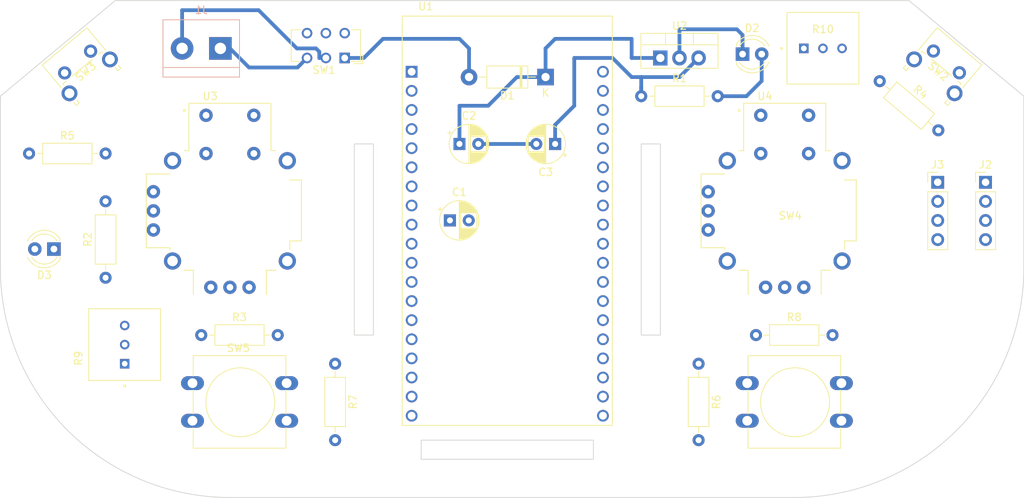
<source format=kicad_pcb>
(kicad_pcb (version 20211014) (generator pcbnew)
  (layers (0 "F.Cu" signal) (31 "B.Cu" signal) (34 "B.Paste" user) (35 "F.Paste" user) (36 "B.SilkS" user "B.Silkscreen") (37 "F.SilkS" user "F.Silkscreen") (38 "B.Mask" user) (39 "F.Mask" user) (44 "Edge.Cuts" user))
  (net 0 "")
  (net 1 "GND")
  (net 2 "Net-(J1-Pad2)")
  (net 3 "Net-(C3-Pad1)")
  (net 4 "Net-(D2-Pad2)")
  (net 5 "IO23")
  (net 6 "Net-(D3-Pad2)")
  (net 7 "+3V3")
  (net 8 "IO35")
  (net 9 "IO2")
  (net 10 "IO13")
  (net 11 "IO15")
  (net 12 "IO12")
  (net 13 "Net-(C2-Pad1)")
  (net 14 "IO36")
  (net 15 "IO39")
  (net 16 "IO34")
  (net 17 "IO32")
  (net 18 "IO33")
  (net 19 "IO25")
  (net 20 "IO26")
  (net 21 "IO27")
  (net 22 "IO14")
  (net 26 "+5V")
  (net 27 "SCL")
  (net 28 "TX")
  (net 29 "RX")
  (net 30 "SDA")
  (net 36 "IO4")
  (net 41 "Net-(D1-Pad2)")
  (footprint "Button_Switch_THT:SW_CuK_JS202011CQN_DPDT_Straight" (layer "F.Cu") (at 67.31 119.38 180)
    (fp_text reference "SW1" (at 2.75 -1.6) (layer "F.SilkS"))
    (fp_text value "SW_Push_SPDT")
    (pad "1" thru_hole rect (at 0 0 180) (size 1.4 1.4) (drill 0.9) (layers *.Cu *.Mask) (net 41 "Net-(D1-Pad2)"))
    (pad "2" thru_hole circle (at 2.5 0 180) (size 1.4 1.4) (drill 0.9) (layers *.Cu *.Mask) (net 2 "Net-(J1-Pad2)"))
    (pad "3" thru_hole circle (at 5 0 180) (size 1.4 1.4) (drill 0.9) (layers *.Cu *.Mask) (net 1 "GND"))
    (pad "4" thru_hole circle (at 0 3.3 180) (size 1.4 1.4) (drill 0.9) (layers *.Cu *.Mask))
    (pad "5" thru_hole circle (at 2.5 3.3 180) (size 1.4 1.4) (drill 0.9) (layers *.Cu *.Mask))
    (pad "6" thru_hole circle (at 5 3.3 180) (size 1.4 1.4) (drill 0.9) (layers *.Cu *.Mask))
  )
  (footprint "Resistor_THT:R_Axial_DIN0207_L6.3mm_D2.5mm_P10.16mm_Horizontal" (layer "F.Cu") (at 66.04 160.02 -90)
    (fp_text reference "R7" (at 5.08 -2.37 90) (layer "F.SilkS"))
    (fp_text value "4.7k")
    (pad "1" thru_hole circle (at 0 0 270) (size 1.6 1.6) (drill 0.8) (layers *.Cu *.Mask) (net 7 "+3V3"))
    (pad "2" thru_hole oval (at 10.16 0 270) (size 1.6 1.6) (drill 0.8) (layers *.Cu *.Mask) (net 12 "IO12"))
  )
  (footprint "Resistor_THT:R_Axial_DIN0207_L6.3mm_D2.5mm_P10.16mm_Horizontal" (layer "F.Cu") (at 121.92 156.21)
    (fp_text reference "R8" (at 5.08 -2.37) (layer "F.SilkS"))
    (fp_text value "R")
    (pad "1" thru_hole circle (at 0 0) (size 1.6 1.6) (drill 0.8) (layers *.Cu *.Mask) (net 7 "+3V3"))
    (pad "2" thru_hole oval (at 10.16 0) (size 1.6 1.6) (drill 0.8) (layers *.Cu *.Mask) (net 19 "IO25"))
  )
  (footprint "COM-09806:TRIM_COM-09806" (layer "F.Cu") (at 38.1 157.48 90)
    (fp_text reference "R9" (at -1.825 -6.135 90) (layer "F.SilkS"))
    (fp_text value "COM-09806")
    (pad "1" thru_hole rect locked (at -2.54 0 90) (size 1.268 1.268) (drill 0.76) (layers *.Cu *.Mask) (net 7 "+3V3"))
    (pad "2" thru_hole circle locked (at 0 0 90) (size 1.268 1.268) (drill 0.76) (layers *.Cu *.Mask) (net 36 "IO4"))
    (pad "3" thru_hole circle locked (at 2.54 0 90) (size 1.268 1.268) (drill 0.76) (layers *.Cu *.Mask) (net 1 "GND"))
  )
  (footprint "Button_Switch_THT:XDCR_COM-09032" (layer "F.Cu") (at 52.07 139.7)
    (fp_text reference "U3" (at -2.625 -15.235) (layer "F.SilkS"))
    (fp_text value "COM-09032")
    (pad "B1A" thru_hole circle locked (at -3.175 -12.7) (size 1.778 1.778) (drill 0.9) (layers *.Cu *.Mask) (net 20 "IO26"))
    (pad "B1B" thru_hole circle locked (at 3.175 -12.7) (size 1.778 1.778) (drill 0.9) (layers *.Cu *.Mask))
    (pad "B2A" thru_hole circle locked (at -3.175 -7.62) (size 1.778 1.778) (drill 0.9) (layers *.Cu *.Mask) (net 1 "GND"))
    (pad "B2B" thru_hole circle locked (at 3.175 -7.62) (size 1.778 1.778) (drill 0.9) (layers *.Cu *.Mask))
    (pad "H1" thru_hole circle locked (at -2.54 10.16) (size 1.778 1.778) (drill 0.889) (layers *.Cu *.Mask) (net 7 "+3V3"))
    (pad "H2" thru_hole circle locked (at 0 10.16) (size 1.778 1.778) (drill 0.889) (layers *.Cu *.Mask) (net 8 "IO35"))
    (pad "H3" thru_hole circle locked (at 2.54 10.16) (size 1.778 1.778) (drill 0.889) (layers *.Cu *.Mask) (net 1 "GND"))
    (pad "S1" thru_hole circle locked (at -7.62 -6.6675) (size 2.286 2.286) (drill 1.397) (layers *.Cu *.Mask))
    (pad "S2" thru_hole circle locked (at -7.62 6.6675) (size 2.286 2.286) (drill 1.397) (layers *.Cu *.Mask))
    (pad "S3" thru_hole circle locked (at 7.62 6.6675) (size 2.286 2.286) (drill 1.397) (layers *.Cu *.Mask))
    (pad "S4" thru_hole circle locked (at 7.62 -6.6675) (size 2.286 2.286) (drill 1.397) (layers *.Cu *.Mask))
    (pad "V1" thru_hole circle locked (at -10.16 -2.54) (size 1.778 1.778) (drill 0.889) (layers *.Cu *.Mask) (net 7 "+3V3"))
    (pad "V2" thru_hole circle locked (at -10.16 0) (size 1.778 1.778) (drill 0.889) (layers *.Cu *.Mask) (net 17 "IO32"))
    (pad "V3" thru_hole circle locked (at -10.16 2.54) (size 1.778 1.778) (drill 0.889) (layers *.Cu *.Mask) (net 1 "GND"))
  )
  (footprint "Resistor_THT:R_Axial_DIN0207_L6.3mm_D2.5mm_P10.16mm_Horizontal" (layer "F.Cu") (at 35.56 148.59 90)
    (fp_text reference "R2" (at 5.08 -2.37 90) (layer "F.SilkS"))
    (fp_text value "330")
    (pad "1" thru_hole circle (at 0 0 90) (size 1.6 1.6) (drill 0.8) (layers *.Cu *.Mask) (net 5 "IO23"))
    (pad "2" thru_hole oval (at 10.16 0 90) (size 1.6 1.6) (drill 0.8) (layers *.Cu *.Mask) (net 6 "Net-(D3-Pad2)"))
  )
  (footprint "Package_TO_SOT_THT:TO-220-3_Vertical" (layer "F.Cu") (at 109.22 119.38)
    (fp_text reference "U2" (at 2.54 -4.27) (layer "F.SilkS"))
    (fp_text value "LM7805_TO220")
    (pad "1" thru_hole rect (at 0 0) (size 1.905 2) (drill 1.1) (layers *.Cu *.Mask) (net 13 "Net-(C2-Pad1)"))
    (pad "2" thru_hole oval (at 2.54 0) (size 1.905 2) (drill 1.1) (layers *.Cu *.Mask) (net 1 "GND"))
    (pad "3" thru_hole oval (at 5.08 0) (size 1.905 2) (drill 1.1) (layers *.Cu *.Mask) (net 3 "Net-(C3-Pad1)"))
  )
  (footprint "Capacitor_THT:CP_Radial_D5.0mm_P2.50mm" (layer "F.Cu") (at 82.55 130.81)
    (fp_text reference "C2" (at 1.25 -3.75) (layer "F.SilkS"))
    (fp_text value "C_Polarized_Small")
    (pad "1" thru_hole rect (at 0 0) (size 1.6 1.6) (drill 0.8) (layers *.Cu *.Mask) (net 13 "Net-(C2-Pad1)"))
    (pad "2" thru_hole circle (at 2.5 0) (size 1.6 1.6) (drill 0.8) (layers *.Cu *.Mask) (net 1 "GND"))
  )
  (footprint "Button_Switch_THT:SW_PUSH-12mm" (layer "F.Cu") (at 120.76 162.6)
    (fp_text reference "SW4" (at 5.71 -22.25) (layer "F.SilkS"))
    (fp_text value "SW_Push")
    (pad "1" thru_hole oval (at 0 0) (size 3.048 1.85) (drill 1.3) (layers *.Cu *.Mask) (net 11 "IO15"))
    (pad "1" thru_hole oval (at 12.5 0) (size 3.048 1.85) (drill 1.3) (layers *.Cu *.Mask) (net 11 "IO15"))
    (pad "2" thru_hole oval (at 12.5 5) (size 3.048 1.85) (drill 1.3) (layers *.Cu *.Mask) (net 1 "GND"))
    (pad "2" thru_hole oval (at 0 5) (size 3.048 1.85) (drill 1.3) (layers *.Cu *.Mask) (net 1 "GND"))
  )
  (footprint "LED_THT:LED_D4.0mm" (layer "F.Cu") (at 28.702 144.78 180)
    (fp_text reference "D3" (at 1.27 -3.46) (layer "F.SilkS"))
    (fp_text value "LED")
    (pad "1" thru_hole rect (at 0 0 180) (size 1.8 1.8) (drill 0.9) (layers *.Cu *.Mask) (net 1 "GND"))
    (pad "2" thru_hole circle (at 2.54 0 180) (size 1.8 1.8) (drill 0.9) (layers *.Cu *.Mask) (net 6 "Net-(D3-Pad2)"))
  )
  (footprint "Capacitor_THT:CP_Radial_D5.0mm_P2.50mm" (layer "F.Cu") (at 81.28 140.97)
    (fp_text reference "C1" (at 1.25 -3.75) (layer "F.SilkS"))
    (fp_text value "C_Polarized_Small_US")
    (pad "1" thru_hole rect (at 0 0) (size 1.6 1.6) (drill 0.8) (layers *.Cu *.Mask) (net 7 "+3V3"))
    (pad "2" thru_hole circle (at 2.5 0) (size 1.6 1.6) (drill 0.8) (layers *.Cu *.Mask) (net 1 "GND"))
  )
  (footprint "Button_Switch_THT:XDCR_COM-09032" (layer "F.Cu") (at 125.73 139.7)
    (fp_text reference "U4" (at -2.625 -15.235) (layer "F.SilkS"))
    (fp_text value "COM-09032")
    (pad "B1A" thru_hole circle locked (at -3.175 -12.7) (size 1.778 1.778) (drill 0.9) (layers *.Cu *.Mask) (net 19 "IO25"))
    (pad "B1B" thru_hole circle locked (at 3.175 -12.7) (size 1.778 1.778) (drill 0.9) (layers *.Cu *.Mask))
    (pad "B2A" thru_hole circle locked (at -3.175 -7.62) (size 1.778 1.778) (drill 0.9) (layers *.Cu *.Mask) (net 1 "GND"))
    (pad "B2B" thru_hole circle locked (at 3.175 -7.62) (size 1.778 1.778) (drill 0.9) (layers *.Cu *.Mask))
    (pad "H1" thru_hole circle locked (at -2.54 10.16) (size 1.778 1.778) (drill 0.889) (layers *.Cu *.Mask) (net 7 "+3V3"))
    (pad "H2" thru_hole circle locked (at 0 10.16) (size 1.778 1.778) (drill 0.889) (layers *.Cu *.Mask) (net 18 "IO33"))
    (pad "H3" thru_hole circle locked (at 2.54 10.16) (size 1.778 1.778) (drill 0.889) (layers *.Cu *.Mask) (net 1 "GND"))
    (pad "S1" thru_hole circle locked (at -7.62 -6.6675) (size 2.286 2.286) (drill 1.397) (layers *.Cu *.Mask))
    (pad "S2" thru_hole circle locked (at -7.62 6.6675) (size 2.286 2.286) (drill 1.397) (layers *.Cu *.Mask))
    (pad "S3" thru_hole circle locked (at 7.62 6.6675) (size 2.286 2.286) (drill 1.397) (layers *.Cu *.Mask))
    (pad "S4" thru_hole circle locked (at 7.62 -6.6675) (size 2.286 2.286) (drill 1.397) (layers *.Cu *.Mask))
    (pad "V1" thru_hole circle locked (at -10.16 -2.54) (size 1.778 1.778) (drill 0.889) (layers *.Cu *.Mask) (net 7 "+3V3"))
    (pad "V2" thru_hole circle locked (at -10.16 0) (size 1.778 1.778) (drill 0.889) (layers *.Cu *.Mask) (net 16 "IO34"))
    (pad "V3" thru_hole circle locked (at -10.16 2.54) (size 1.778 1.778) (drill 0.889) (layers *.Cu *.Mask) (net 1 "GND"))
  )
  (footprint "COM-09806:TRIM_COM-09806" (layer "F.Cu") (at 130.81 118.11)
    (fp_text reference "R10" (at 0 -2.54) (layer "F.SilkS"))
    (fp_text value "COM-09806")
    (pad "1" thru_hole rect locked (at -2.54 0) (size 1.268 1.268) (drill 0.76) (layers *.Cu *.Mask) (net 7 "+3V3"))
    (pad "2" thru_hole circle locked (at 0 0) (size 1.268 1.268) (drill 0.76) (layers *.Cu *.Mask) (net 14 "IO36"))
    (pad "3" thru_hole circle locked (at 2.54 0) (size 1.268 1.268) (drill 0.76) (layers *.Cu *.Mask) (net 1 "GND"))
  )
  (footprint "Resistor_THT:R_Axial_DIN0207_L6.3mm_D2.5mm_P10.16mm_Horizontal" (layer "F.Cu") (at 114.3 160.02 -90)
    (fp_text reference "R6" (at 5.08 -2.37 90) (layer "F.SilkS"))
    (fp_text value "4.7k")
    (pad "1" thru_hole circle (at 0 0 270) (size 1.6 1.6) (drill 0.8) (layers *.Cu *.Mask) (net 7 "+3V3"))
    (pad "2" thru_hole oval (at 10.16 0 270) (size 1.6 1.6) (drill 0.8) (layers *.Cu *.Mask) (net 11 "IO15"))
  )
  (footprint "Resistor_THT:R_Axial_DIN0207_L6.3mm_D2.5mm_P10.16mm_Horizontal" (layer "F.Cu") (at 48.26 156.21)
    (fp_text reference "R3" (at 5.08 -2.37) (layer "F.SilkS"))
    (fp_text value "R")
    (pad "1" thru_hole circle (at 0 0) (size 1.6 1.6) (drill 0.8) (layers *.Cu *.Mask) (net 7 "+3V3"))
    (pad "2" thru_hole oval (at 10.16 0) (size 1.6 1.6) (drill 0.8) (layers *.Cu *.Mask) (net 20 "IO26"))
  )
  (footprint "Capacitor_THT:CP_Radial_D5.0mm_P2.50mm" (layer "F.Cu") (at 95.25 130.81 180)
    (fp_text reference "C3" (at 1.25 -3.75) (layer "F.SilkS"))
    (fp_text value "C_Polarized_Small")
    (pad "1" thru_hole rect (at 0 0 180) (size 1.6 1.6) (drill 0.8) (layers *.Cu *.Mask) (net 3 "Net-(C3-Pad1)"))
    (pad "2" thru_hole circle (at 2.5 0 180) (size 1.6 1.6) (drill 0.8) (layers *.Cu *.Mask) (net 1 "GND"))
  )
  (footprint "Connector_PinHeader_2.54mm:PinHeader_1x04_P2.54mm_Vertical" (layer "F.Cu") (at 152.4 135.9)
    (fp_text reference "J2" (at 0 -2.33) (layer "F.SilkS"))
    (fp_text value "Screw_Terminal_01x04")
    (pad "1" thru_hole rect (at 0 0) (size 1.7 1.7) (drill 1) (layers *.Cu *.Mask) (net 7 "+3V3"))
    (pad "2" thru_hole oval (at 0 2.54) (size 1.7 1.7) (drill 1) (layers *.Cu *.Mask) (net 1 "GND"))
    (pad "3" thru_hole oval (at 0 5.08) (size 1.7 1.7) (drill 1) (layers *.Cu *.Mask) (net 30 "SDA"))
    (pad "4" thru_hole oval (at 0 7.62) (size 1.7 1.7) (drill 1) (layers *.Cu *.Mask) (net 27 "SCL"))
  )
  (footprint "Resistor_THT:R_Axial_DIN0207_L6.3mm_D2.5mm_P10.16mm_Horizontal" (layer "F.Cu") (at 138.348494 122.464639 -40)
    (fp_text reference "R4" (at 5.08 -2.37 140) (layer "F.SilkS"))
    (fp_text value "4.7k")
    (pad "1" thru_hole circle (at 0 0 320) (size 1.6 1.6) (drill 0.8) (layers *.Cu *.Mask) (net 7 "+3V3"))
    (pad "2" thru_hole oval (at 10.16 0 320) (size 1.6 1.6) (drill 0.8) (layers *.Cu *.Mask) (net 9 "IO2"))
  )
  (footprint "Button_Switch_THT:SW_Tactile_SPST_Angled_PTS645Vx83-2LFS" (layer "F.Cu") (at 145.479531 118.459764 -40)
    (fp_text reference "SW2" (at 2.25 1.68 140) (layer "F.SilkS"))
    (fp_text value "SW_Push")
    (pad "" thru_hole circle (at -1.25 2.49 320) (size 2.1 2.1) (drill 1.3) (layers *.Cu *.Mask))
    (pad "" thru_hole circle (at 5.76 2.49 320) (size 2.1 2.1) (drill 1.3) (layers *.Cu *.Mask))
    (pad "1" thru_hole circle (at 0 0 320) (size 1.75 1.75) (drill 0.99) (layers *.Cu *.Mask) (net 9 "IO2"))
    (pad "2" thru_hole circle (at 4.5 0 320) (size 1.75 1.75) (drill 0.99) (layers *.Cu *.Mask) (net 1 "GND"))
  )
  (footprint "Button_Switch_THT:SW_PUSH-12mm" (layer "F.Cu") (at 47.1 162.6)
    (fp_text reference "SW5" (at 6.08 -4.66) (layer "F.SilkS"))
    (fp_text value "SW_Push")
    (pad "1" thru_hole oval (at 0 0) (size 3.048 1.85) (drill 1.3) (layers *.Cu *.Mask) (net 12 "IO12"))
    (pad "1" thru_hole oval (at 12.5 0) (size 3.048 1.85) (drill 1.3) (layers *.Cu *.Mask) (net 12 "IO12"))
    (pad "2" thru_hole oval (at 12.5 5) (size 3.048 1.85) (drill 1.3) (layers *.Cu *.Mask) (net 1 "GND"))
    (pad "2" thru_hole oval (at 0 5) (size 3.048 1.85) (drill 1.3) (layers *.Cu *.Mask) (net 1 "GND"))
  )
  (footprint "Connector_PinHeader_2.54mm:PinHeader_1x04_P2.54mm_Vertical" (layer "F.Cu") (at 146.05 135.9)
    (fp_text reference "J3" (at 0 -2.33) (layer "F.SilkS"))
    (fp_text value "Screw_Terminal_01x04")
    (pad "1" thru_hole rect (at 0 0) (size 1.7 1.7) (drill 1) (layers *.Cu *.Mask) (net 7 "+3V3"))
    (pad "2" thru_hole oval (at 0 2.54) (size 1.7 1.7) (drill 1) (layers *.Cu *.Mask) (net 1 "GND"))
    (pad "3" thru_hole oval (at 0 5.08) (size 1.7 1.7) (drill 1) (layers *.Cu *.Mask) (net 29 "RX"))
    (pad "4" thru_hole oval (at 0 7.62) (size 1.7 1.7) (drill 1) (layers *.Cu *.Mask) (net 28 "TX"))
  )
  (footprint "Module:MODULE_ESP32-DEVKITC-32D" (layer "F.Cu") (at 88.9 140.97)
    (fp_text reference "U1" (at -10.829175 -28.446045) (layer "F.SilkS") (effects (font (size 1.000386 1.000386))))
    (fp_text value "ESP32-DEVKITC-32D")
    (pad "1" thru_hole rect (at -12.7 -19.76) (size 1.56 1.56) (drill 1.04) (layers *.Cu *.Mask) (net 7 "+3V3"))
    (pad "2" thru_hole circle (at -12.7 -17.22) (size 1.56 1.56) (drill 1.04) (layers *.Cu *.Mask) (net 1 "GND"))
    (pad "3" thru_hole circle (at -12.7 -14.68) (size 1.56 1.56) (drill 1.04) (layers *.Cu *.Mask) (net 14 "IO36"))
    (pad "4" thru_hole circle (at -12.7 -12.14) (size 1.56 1.56) (drill 1.04) (layers *.Cu *.Mask) (net 15 "IO39"))
    (pad "5" thru_hole circle (at -12.7 -9.6) (size 1.56 1.56) (drill 1.04) (layers *.Cu *.Mask) (net 16 "IO34"))
    (pad "6" thru_hole circle (at -12.7 -7.06) (size 1.56 1.56) (drill 1.04) (layers *.Cu *.Mask) (net 8 "IO35"))
    (pad "7" thru_hole circle (at -12.7 -4.52) (size 1.56 1.56) (drill 1.04) (layers *.Cu *.Mask) (net 17 "IO32"))
    (pad "8" thru_hole circle (at -12.7 -1.98) (size 1.56 1.56) (drill 1.04) (layers *.Cu *.Mask) (net 18 "IO33"))
    (pad "9" thru_hole circle (at -12.7 0.56) (size 1.56 1.56) (drill 1.04) (layers *.Cu *.Mask) (net 19 "IO25"))
    (pad "10" thru_hole circle (at -12.7 3.1) (size 1.56 1.56) (drill 1.04) (layers *.Cu *.Mask) (net 20 "IO26"))
    (pad "11" thru_hole circle (at -12.7 5.64) (size 1.56 1.56) (drill 1.04) (layers *.Cu *.Mask) (net 21 "IO27"))
    (pad "12" thru_hole circle (at -12.7 8.18) (size 1.56 1.56) (drill 1.04) (layers *.Cu *.Mask) (net 22 "IO14"))
    (pad "13" thru_hole circle (at -12.7 10.72) (size 1.56 1.56) (drill 1.04) (layers *.Cu *.Mask) (net 12 "IO12"))
    (pad "14" thru_hole circle (at -12.7 13.26) (size 1.56 1.56) (drill 1.04) (layers *.Cu *.Mask) (net 1 "GND"))
    (pad "15" thru_hole circle (at -12.7 15.8) (size 1.56 1.56) (drill 1.04) (layers *.Cu *.Mask) (net 10 "IO13"))
    (pad "16" thru_hole circle (at -12.7 18.34) (size 1.56 1.56) (drill 1.04) (layers *.Cu *.Mask))
    (pad "17" thru_hole circle (at -12.7 20.88) (size 1.56 1.56) (drill 1.04) (layers *.Cu *.Mask))
    (pad "18" thru_hole circle (at -12.7 23.42) (size 1.56 1.56) (drill 1.04) (layers *.Cu *.Mask))
    (pad "19" thru_hole circle (at -12.7 25.96) (size 1.56 1.56) (drill 1.04) (layers *.Cu *.Mask) (net 26 "+5V"))
    (pad "20" thru_hole circle (at 12.7 -19.76) (size 1.56 1.56) (drill 1.04) (layers *.Cu *.Mask) (net 1 "GND"))
    (pad "21" thru_hole circle (at 12.7 -17.22) (size 1.56 1.56) (drill 1.04) (layers *.Cu *.Mask) (net 5 "IO23"))
    (pad "22" thru_hole circle (at 12.7 -14.68) (size 1.56 1.56) (drill 1.04) (layers *.Cu *.Mask) (net 27 "SCL"))
    (pad "23" thru_hole circle (at 12.7 -12.14) (size 1.56 1.56) (drill 1.04) (layers *.Cu *.Mask) (net 28 "TX"))
    (pad "24" thru_hole circle (at 12.7 -9.6) (size 1.56 1.56) (drill 1.04) (layers *.Cu *.Mask) (net 29 "RX"))
    (pad "25" thru_hole circle (at 12.7 -7.06) (size 1.56 1.56) (drill 1.04) (layers *.Cu *.Mask) (net 30 "SDA"))
    (pad "26" thru_hole circle (at 12.7 -4.52) (size 1.56 1.56) (drill 1.04) (layers *.Cu *.Mask) (net 1 "GND"))
    (pad "27" thru_hole circle (at 12.7 -1.98) (size 1.56 1.56) (drill 1.04) (layers *.Cu *.Mask))
    (pad "28" thru_hole circle (at 12.7 0.56) (size 1.56 1.56) (drill 1.04) (layers *.Cu *.Mask))
    (pad "29" thru_hole circle (at 12.7 3.1) (size 1.56 1.56) (drill 1.04) (layers *.Cu *.Mask))
    (pad "30" thru_hole circle (at 12.7 5.64) (size 1.56 1.56) (drill 1.04) (layers *.Cu *.Mask))
    (pad "31" thru_hole circle (at 12.7 8.18) (size 1.56 1.56) (drill 1.04) (layers *.Cu *.Mask))
    (pad "32" thru_hole circle (at 12.7 10.72) (size 1.56 1.56) (drill 1.04) (layers *.Cu *.Mask) (net 36 "IO4"))
    (pad "33" thru_hole circle (at 12.7 13.26) (size 1.56 1.56) (drill 1.04) (layers *.Cu *.Mask))
    (pad "34" thru_hole circle (at 12.7 15.8) (size 1.56 1.56) (drill 1.04) (layers *.Cu *.Mask) (net 9 "IO2"))
    (pad "35" thru_hole circle (at 12.7 18.34) (size 1.56 1.56) (drill 1.04) (layers *.Cu *.Mask) (net 11 "IO15"))
    (pad "36" thru_hole circle (at 12.7 20.88) (size 1.56 1.56) (drill 1.04) (layers *.Cu *.Mask))
    (pad "37" thru_hole circle (at 12.7 23.42) (size 1.56 1.56) (drill 1.04) (layers *.Cu *.Mask))
    (pad "38" thru_hole circle (at 12.7 25.96) (size 1.56 1.56) (drill 1.04) (layers *.Cu *.Mask))
  )
  (footprint "LED_THT:LED_D4.0mm" (layer "F.Cu") (at 120.137 118.872)
    (fp_text reference "D2" (at 1.27 -3.46) (layer "F.SilkS"))
    (fp_text value "LED")
    (pad "1" thru_hole rect (at 0 0) (size 1.8 1.8) (drill 0.9) (layers *.Cu *.Mask) (net 1 "GND"))
    (pad "2" thru_hole circle (at 2.54 0) (size 1.8 1.8) (drill 0.9) (layers *.Cu *.Mask) (net 4 "Net-(D2-Pad2)"))
  )
  (footprint "Resistor_THT:R_Axial_DIN0207_L6.3mm_D2.5mm_P10.16mm_Horizontal" (layer "F.Cu") (at 25.4 132.08)
    (fp_text reference "R5" (at 5.08 -2.37) (layer "F.SilkS"))
    (fp_text value "4.7k")
    (pad "1" thru_hole circle (at 0 0) (size 1.6 1.6) (drill 0.8) (layers *.Cu *.Mask) (net 7 "+3V3"))
    (pad "2" thru_hole oval (at 10.16 0) (size 1.6 1.6) (drill 0.8) (layers *.Cu *.Mask) (net 10 "IO13"))
  )
  (footprint "Button_Switch_THT:SW_Tactile_SPST_Angled_PTS645Vx83-2LFS" (layer "F.Cu") (at 30.124118 121.368378 40)
    (fp_text reference "SW3" (at 2.25 1.68 40) (layer "F.SilkS"))
    (fp_text value "SW_Push")
    (pad "" thru_hole circle (at -1.25 2.49 40) (size 2.1 2.1) (drill 1.3) (layers *.Cu *.Mask))
    (pad "" thru_hole circle (at 5.76 2.49 40) (size 2.1 2.1) (drill 1.3) (layers *.Cu *.Mask))
    (pad "1" thru_hole circle (at 0 0 40) (size 1.75 1.75) (drill 0.99) (layers *.Cu *.Mask) (net 10 "IO13"))
    (pad "2" thru_hole circle (at 4.5 0 40) (size 1.75 1.75) (drill 0.99) (layers *.Cu *.Mask) (net 1 "GND"))
  )
  (footprint "Diode_THT:D_DO-41_SOD81_P10.16mm_Horizontal" (layer "F.Cu") (at 93.98 121.92 180)
    (fp_text reference "D1" (at 5.08 -2.47) (layer "F.SilkS"))
    (fp_text value "1N4004")
    (fp_text user "K" (at 0 -2.1) (layer "F.SilkS"))
    (pad "1" thru_hole rect (at 0 0 180) (size 2.2 2.2) (drill 1.1) (layers *.Cu *.Mask) (net 13 "Net-(C2-Pad1)"))
    (pad "2" thru_hole oval (at 10.16 0 180) (size 2.2 2.2) (drill 1.1) (layers *.Cu *.Mask) (net 41 "Net-(D1-Pad2)"))
  )
  (footprint "Resistor_THT:R_Axial_DIN0207_L6.3mm_D2.5mm_P10.16mm_Horizontal" (layer "F.Cu") (at 106.68 124.46)
    (fp_text reference "R1" (at 5.08 -2.37) (layer "F.SilkS"))
    (fp_text value "R")
    (pad "1" thru_hole circle (at 0 0) (size 1.6 1.6) (drill 0.8) (layers *.Cu *.Mask) (net 3 "Net-(C3-Pad1)"))
    (pad "2" thru_hole oval (at 10.16 0) (size 1.6 1.6) (drill 0.8) (layers *.Cu *.Mask) (net 4 "Net-(D2-Pad2)"))
  )
  (footprint "TerminalBlock:TerminalBlock_bornier-2_P5.08mm" (layer "B.Cu") (at 50.8 118.11 180)
    (fp_text reference "J1" (at 2.54 5.08) (layer "B.SilkS") (effects (justify mirror)))
    (fp_text value "Screw_Terminal_01x02")
    (pad "1" thru_hole rect (at 0 0 180) (size 3 3) (drill 1.52) (layers *.Cu *.Mask) (net 1 "GND"))
    (pad "2" thru_hole circle (at 5.08 0 180) (size 3 3) (drill 1.52) (layers *.Cu *.Mask) (net 2 "Net-(J1-Pad2)"))
  )
  (gr_line (start 157.48 147.32) (end 157.48 124.46) (layer "Edge.Cuts") (width 0.1))
  (gr_rect (start 77.47 170.18) (end 100.33 172.72) (layer "Edge.Cuts") (width 0.1) (fill none))
  (gr_arc (start 52.07 177.8) (mid 30.517385 168.872615) (end 21.59 147.32) (layer "Edge.Cuts") (width 0.1))
  (gr_line (start 21.59 124.46) (end 21.59 147.32) (layer "Edge.Cuts") (width 0.1))
  (gr_rect (start 68.58 130.81) (end 71.12 156.21) (layer "Edge.Cuts") (width 0.1) (fill none))
  (gr_line (start 157.48 124.46) (end 142.24 111.76) (layer "Edge.Cuts") (width 0.1))
  (gr_line (start 36.83 111.76) (end 21.59 124.46) (layer "Edge.Cuts") (width 0.1))
  (gr_arc (start 157.48 147.32) (mid 148.552615 168.872615) (end 127 177.8) (layer "Edge.Cuts") (width 0.1))
  (gr_line (start 127 177.8) (end 52.07 177.8) (layer "Edge.Cuts") (width 0.1))
  (gr_line (start 142.24 111.76) (end 36.83 111.76) (layer "Edge.Cuts") (width 0.1))
  (gr_rect (start 106.68 130.81) (end 109.22 156.21) (layer "Edge.Cuts") (width 0.1) (fill none))
  (segment (start 61.04 120.65) (end 62.31 119.38) (width 0.5) (layer "B.Cu") (net 1))
  (segment (start 50.8 116.84) (end 54.61 120.65) (width 0.5) (layer "B.Cu") (net 1))
  (segment (start 54.61 120.65) (end 61.04 120.65) (width 0.5) (layer "B.Cu") (net 1))
  (segment (start 85.05 130.81) (end 92.75 130.81) (width 0.5) (layer "B.Cu") (net 1))
  (segment (start 120.137 116.327) (end 120.137 118.872) (width 0.5) (layer "B.Cu") (net 1))
  (segment (start 111.76 115.57) (end 119.38 115.57) (width 0.5) (layer "B.Cu") (net 1))
  (segment (start 119.38 115.57) (end 120.137 116.327) (width 0.5) (layer "B.Cu") (net 1))
  (segment (start 111.76 119.38) (end 111.76 115.57) (width 0.5) (layer "B.Cu") (net 1))
  (segment (start 63.935655 119.38) (end 63.935655 118.545655) (width 0.5) (layer "B.Cu") (net 2))
  (segment (start 64.81 119.38) (end 63.935655 119.38) (width 0.5) (layer "B.Cu") (net 2))
  (segment (start 45.72 113.03) (end 45.72 116.84) (width 0.5) (layer "B.Cu") (net 2))
  (segment (start 63.935655 118.545655) (end 63.5 118.11) (width 0.5) (layer "B.Cu") (net 2))
  (segment (start 63.5 118.11) (end 60.96 118.11) (width 0.5) (layer "B.Cu") (net 2))
  (segment (start 55.88 113.03) (end 45.72 113.03) (width 0.5) (layer "B.Cu") (net 2))
  (segment (start 60.96 118.11) (end 55.88 113.03) (width 0.5) (layer "B.Cu") (net 2))
  (segment (start 114.3 119.38) (end 111.76 121.92) (width 0.5) (layer "B.Cu") (net 3))
  (segment (start 97.79 125.73) (end 97.79 119.38) (width 0.5) (layer "B.Cu") (net 3))
  (segment (start 106.68 121.92) (end 106.68 124.46) (width 0.5) (layer "B.Cu") (net 3))
  (segment (start 102.87 119.38) (end 105.41 121.92) (width 0.5) (layer "B.Cu") (net 3))
  (segment (start 105.41 121.92) (end 106.68 121.92) (width 0.5) (layer "B.Cu") (net 3))
  (segment (start 95.25 130.81) (end 95.25 128.27) (width 0.5) (layer "B.Cu") (net 3))
  (segment (start 111.76 121.92) (end 106.68 121.92) (width 0.5) (layer "B.Cu") (net 3))
  (segment (start 95.25 128.27) (end 97.79 125.73) (width 0.5) (layer "B.Cu") (net 3))
  (segment (start 106.68 123.19) (end 106.68 124.46) (width 0.5) (layer "B.Cu") (net 3))
  (segment (start 97.79 119.38) (end 102.87 119.38) (width 0.5) (layer "B.Cu") (net 3))
  (segment (start 120.65 124.46) (end 122.677 122.433) (width 0.5) (layer "B.Cu") (net 4))
  (segment (start 122.677 122.433) (end 122.677 118.872) (width 0.5) (layer "B.Cu") (net 4))
  (segment (start 116.84 124.46) (end 120.65 124.46) (width 0.5) (layer "B.Cu") (net 4))
  (segment (start 95.25 116.84) (end 93.98 118.11) (width 0.5) (layer "B.Cu") (net 13))
  (segment (start 82.55 130.81) (end 82.55 125.73) (width 0.5) (layer "B.Cu") (net 13))
  (segment (start 105.41 119.38) (end 105.41 116.84) (width 0.5) (layer "B.Cu") (net 13))
  (segment (start 109.22 119.38) (end 105.41 119.38) (width 0.5) (layer "B.Cu") (net 13))
  (segment (start 86.36 125.73) (end 90.17 121.92) (width 0.5) (layer "B.Cu") (net 13))
  (segment (start 105.41 116.84) (end 95.25 116.84) (width 0.5) (layer "B.Cu") (net 13))
  (segment (start 93.98 118.11) (end 93.98 121.92) (width 0.5) (layer "B.Cu") (net 13))
  (segment (start 90.17 121.92) (end 93.98 121.92) (width 0.5) (layer "B.Cu") (net 13))
  (segment (start 82.55 125.73) (end 86.36 125.73) (width 0.5) (layer "B.Cu") (net 13))
  (segment (start 69.85 119.38) (end 72.39 116.84) (width 0.5) (layer "B.Cu") (net 41))
  (segment (start 83.82 118.11) (end 83.82 121.92) (width 0.5) (layer "B.Cu") (net 41))
  (segment (start 72.39 116.84) (end 82.55 116.84) (width 0.5) (layer "B.Cu") (net 41))
  (segment (start 67.31 119.38) (end 69.85 119.38) (width 0.5) (layer "B.Cu") (net 41))
  (segment (start 82.55 116.84) (end 83.82 118.11) (width 0.5) (layer "B.Cu") (net 41))
)
</source>
